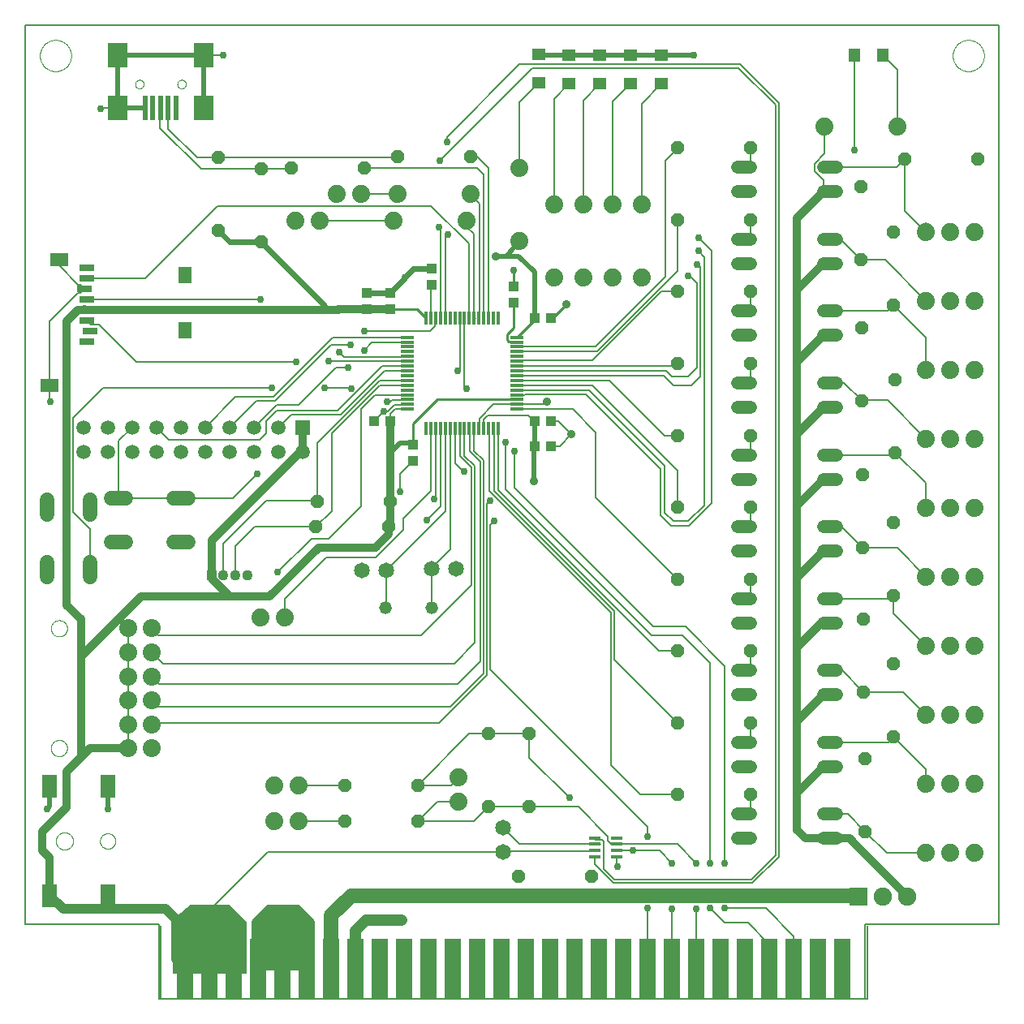
<source format=gtl>
G75*
%MOIN*%
%OFA0B0*%
%FSLAX25Y25*%
%IPPOS*%
%LPD*%
%AMOC8*
5,1,8,0,0,1.08239X$1,22.5*
%
%ADD10C,0.00600*%
%ADD11C,0.00000*%
%ADD12R,0.06500X0.25000*%
%ADD13C,0.00500*%
%ADD14R,0.01969X0.09843*%
%ADD15R,0.07874X0.09843*%
%ADD16R,0.04362X0.04362*%
%ADD17C,0.04362*%
%ADD18R,0.05906X0.09449*%
%ADD19C,0.05200*%
%ADD20C,0.07400*%
%ADD21R,0.05937X0.05937*%
%ADD22C,0.05937*%
%ADD23R,0.01181X0.05709*%
%ADD24R,0.05709X0.01181*%
%ADD25R,0.05512X0.07087*%
%ADD26R,0.07480X0.05512*%
%ADD27R,0.05906X0.03150*%
%ADD28C,0.05200*%
%ADD29R,0.07500X0.07500*%
%ADD30C,0.07500*%
%ADD31R,0.03937X0.04331*%
%ADD32R,0.04331X0.03937*%
%ADD33C,0.06500*%
%ADD34C,0.06000*%
%ADD35OC8,0.05200*%
%ADD36R,0.05118X0.01654*%
%ADD37C,0.07382*%
%ADD38R,0.05512X0.04724*%
%ADD39R,0.04724X0.05512*%
%ADD40C,0.00984*%
%ADD41C,0.02978*%
%ADD42C,0.03569*%
%ADD43C,0.01000*%
%ADD44C,0.00800*%
%ADD45C,0.02000*%
%ADD46C,0.01969*%
%ADD47C,0.02400*%
%ADD48C,0.03937*%
%ADD49C,0.03200*%
%ADD50C,0.05906*%
%ADD51C,0.03000*%
%ADD52C,0.00787*%
%ADD53C,0.04500*%
%ADD54C,0.05906*%
D10*
X0001400Y0035709D02*
X0056518Y0035709D01*
X0056518Y0005000D01*
X0346282Y0005000D01*
X0346282Y0035709D01*
X0401400Y0035709D01*
X0401400Y0405000D01*
X0001400Y0405000D01*
X0001400Y0035709D01*
X0062424Y0035524D02*
X0091951Y0035524D01*
X0091951Y0034926D02*
X0062424Y0034926D01*
X0062424Y0034327D02*
X0091951Y0034327D01*
X0091951Y0033729D02*
X0062424Y0033729D01*
X0062424Y0033130D02*
X0091951Y0033130D01*
X0091951Y0032532D02*
X0062424Y0032532D01*
X0062424Y0031933D02*
X0091951Y0031933D01*
X0091951Y0031334D02*
X0062424Y0031334D01*
X0062424Y0030736D02*
X0091951Y0030736D01*
X0091951Y0030137D02*
X0062424Y0030137D01*
X0062424Y0029539D02*
X0091951Y0029539D01*
X0091951Y0028940D02*
X0062424Y0028940D01*
X0062424Y0028342D02*
X0091951Y0028342D01*
X0091951Y0027743D02*
X0062424Y0027743D01*
X0062424Y0027145D02*
X0091951Y0027145D01*
X0091951Y0026546D02*
X0062424Y0026546D01*
X0062424Y0025948D02*
X0091951Y0025948D01*
X0091951Y0025349D02*
X0062424Y0025349D01*
X0062424Y0024751D02*
X0091951Y0024751D01*
X0091951Y0024152D02*
X0062424Y0024152D01*
X0062424Y0023554D02*
X0091951Y0023554D01*
X0091951Y0022955D02*
X0062424Y0022955D01*
X0062424Y0022357D02*
X0091951Y0022357D01*
X0091951Y0021758D02*
X0062424Y0021758D01*
X0062424Y0021160D02*
X0091951Y0021160D01*
X0091951Y0020561D02*
X0062424Y0020561D01*
X0062424Y0019963D02*
X0091951Y0019963D01*
X0091951Y0019364D02*
X0062424Y0019364D01*
X0062424Y0018766D02*
X0091951Y0018766D01*
X0091951Y0018167D02*
X0062424Y0018167D01*
X0062424Y0017569D02*
X0091951Y0017569D01*
X0091951Y0016970D02*
X0062424Y0016970D01*
X0062424Y0016372D02*
X0091951Y0016372D01*
X0091951Y0015827D02*
X0062424Y0015827D01*
X0062424Y0037480D01*
X0069313Y0043386D01*
X0085061Y0043386D01*
X0091951Y0036496D01*
X0091951Y0015827D01*
X0091951Y0036123D02*
X0062424Y0036123D01*
X0062424Y0036721D02*
X0091726Y0036721D01*
X0091128Y0037320D02*
X0062424Y0037320D01*
X0062934Y0037918D02*
X0090529Y0037918D01*
X0089931Y0038517D02*
X0063633Y0038517D01*
X0064331Y0039115D02*
X0089332Y0039115D01*
X0088734Y0039714D02*
X0065029Y0039714D01*
X0065727Y0040312D02*
X0088135Y0040312D01*
X0087537Y0040911D02*
X0066426Y0040911D01*
X0067124Y0041509D02*
X0086938Y0041509D01*
X0086340Y0042108D02*
X0067822Y0042108D01*
X0068520Y0042706D02*
X0085741Y0042706D01*
X0085143Y0043305D02*
X0069219Y0043305D01*
X0076203Y0042103D02*
X0076203Y0040433D01*
X0101170Y0065400D01*
X0197600Y0065400D01*
X0197800Y0065600D01*
X0234857Y0065600D01*
X0235278Y0066020D01*
X0235274Y0063461D02*
X0235274Y0060331D01*
X0235258Y0060315D01*
X0242935Y0052638D01*
X0300240Y0052638D01*
X0311075Y0063472D01*
X0311075Y0372877D01*
X0295093Y0388858D01*
X0204550Y0388858D01*
X0174628Y0358937D01*
X0174628Y0356969D01*
X0171872Y0349488D02*
X0209835Y0387451D01*
X0294510Y0387451D01*
X0309668Y0372294D01*
X0309668Y0064055D01*
X0299737Y0054125D01*
X0243438Y0054125D01*
X0243518Y0054045D01*
X0243438Y0054125D02*
X0239195Y0058368D01*
X0239195Y0069610D01*
X0238292Y0070513D01*
X0235899Y0070513D01*
X0235274Y0071139D01*
X0235274Y0068580D02*
X0204420Y0068580D01*
X0197600Y0075400D01*
X0191791Y0083912D02*
X0208546Y0083912D01*
X0208576Y0083941D01*
X0228619Y0083941D01*
X0240860Y0071700D01*
X0240860Y0069853D01*
X0242134Y0068580D01*
X0244526Y0068580D01*
X0269457Y0068580D01*
X0277197Y0060839D01*
X0282800Y0060800D02*
X0282800Y0143000D01*
X0271400Y0154400D01*
X0258800Y0154400D01*
X0198800Y0214400D01*
X0198800Y0233600D01*
X0202400Y0230000D02*
X0202400Y0215000D01*
X0259400Y0158000D01*
X0272600Y0158000D01*
X0288800Y0141800D01*
X0288800Y0060800D01*
X0288800Y0042200D02*
X0305600Y0042200D01*
X0317150Y0030650D01*
X0317150Y0017500D01*
X0307150Y0017500D02*
X0307150Y0027450D01*
X0298400Y0036200D01*
X0288800Y0036200D01*
X0282800Y0042200D01*
X0277200Y0042074D02*
X0277150Y0042024D01*
X0277150Y0017500D01*
X0267150Y0017500D02*
X0267150Y0042024D01*
X0267100Y0042074D01*
X0257150Y0042050D02*
X0257000Y0042200D01*
X0257150Y0042050D02*
X0257150Y0017500D01*
X0244904Y0059331D02*
X0244526Y0059709D01*
X0244526Y0063461D01*
X0244522Y0066020D02*
X0251163Y0066020D01*
X0261922Y0066020D01*
X0267103Y0060839D01*
X0257000Y0071600D02*
X0257000Y0075800D01*
X0192529Y0140271D01*
X0192529Y0199729D01*
X0194000Y0201200D01*
X0191122Y0208556D02*
X0191122Y0138070D01*
X0171451Y0118400D01*
X0054013Y0118400D01*
X0053443Y0117830D01*
X0056015Y0125100D02*
X0176161Y0125100D01*
X0189715Y0138653D01*
X0189715Y0226311D01*
X0185849Y0230177D01*
X0185849Y0239400D01*
X0184151Y0239129D02*
X0184151Y0229885D01*
X0188307Y0225728D01*
X0188307Y0143600D01*
X0179107Y0134400D01*
X0056557Y0134400D01*
X0053443Y0137515D01*
X0058000Y0142800D02*
X0053443Y0147357D01*
X0058000Y0142800D02*
X0075800Y0142800D01*
X0075522Y0142800D01*
X0075800Y0142800D02*
X0177700Y0142800D01*
X0186122Y0151222D01*
X0186122Y0223894D01*
X0181912Y0228105D01*
X0181912Y0239400D01*
X0180049Y0239294D02*
X0180049Y0227978D01*
X0184715Y0223311D01*
X0184715Y0174915D01*
X0164200Y0154400D01*
X0056243Y0154400D01*
X0053443Y0157200D01*
X0043600Y0157200D02*
X0043600Y0147357D01*
X0043600Y0137515D01*
X0043600Y0127672D01*
X0043600Y0117830D01*
X0043600Y0107987D01*
X0056015Y0125100D02*
X0053443Y0127672D01*
X0028194Y0181273D02*
X0028194Y0198065D01*
X0021105Y0205153D01*
X0021105Y0243800D01*
X0033487Y0256181D01*
X0102617Y0256181D01*
X0103400Y0252200D02*
X0127730Y0276530D01*
X0158019Y0276530D01*
X0158290Y0276801D01*
X0158290Y0274833D02*
X0158097Y0274640D01*
X0143890Y0274640D01*
X0140719Y0271469D01*
X0135200Y0273800D02*
X0126990Y0273800D01*
X0103983Y0250793D01*
X0096434Y0250793D01*
X0085384Y0239744D01*
X0095384Y0239744D02*
X0104802Y0249161D01*
X0113888Y0249161D01*
X0128989Y0264263D01*
X0134053Y0264263D01*
X0135037Y0256009D02*
X0135258Y0255787D01*
X0135037Y0256009D02*
X0124407Y0256009D01*
X0129589Y0246642D02*
X0104723Y0246642D01*
X0100390Y0242310D01*
X0100390Y0237310D01*
X0097724Y0234644D01*
X0060484Y0234644D01*
X0055384Y0239744D01*
X0045384Y0239744D02*
X0039829Y0234188D01*
X0039829Y0210581D01*
X0065429Y0210581D01*
X0086660Y0210581D01*
X0096724Y0220645D01*
X0100400Y0209600D02*
X0121146Y0209600D01*
X0121433Y0209313D01*
X0121433Y0233365D01*
X0147152Y0259085D01*
X0158290Y0259085D01*
X0158290Y0257116D02*
X0147174Y0257116D01*
X0127400Y0237342D01*
X0127400Y0205427D01*
X0120907Y0198934D01*
X0095734Y0198934D01*
X0087815Y0191015D01*
X0087815Y0179123D01*
X0082894Y0179123D02*
X0082894Y0192094D01*
X0100400Y0209600D01*
X0119000Y0194000D02*
X0126200Y0194000D01*
X0139400Y0207200D01*
X0139400Y0247352D01*
X0145227Y0253179D01*
X0158290Y0253179D01*
X0158290Y0251211D02*
X0158079Y0251000D01*
X0152000Y0251000D01*
X0151400Y0250400D01*
X0150200Y0250400D01*
X0152916Y0248971D02*
X0150283Y0246339D01*
X0148732Y0246339D01*
X0148732Y0246469D01*
X0148732Y0246339D02*
X0148732Y0246230D01*
X0144707Y0242205D01*
X0152916Y0248971D02*
X0158019Y0248971D01*
X0158290Y0249242D01*
X0158290Y0263022D02*
X0149099Y0263022D01*
X0131054Y0244976D01*
X0110617Y0244976D01*
X0105384Y0239744D01*
X0103400Y0252200D02*
X0087841Y0252200D01*
X0075384Y0239744D01*
X0046959Y0266811D02*
X0031611Y0282160D01*
X0028273Y0282160D01*
X0026625Y0283809D01*
X0026625Y0292470D02*
X0097958Y0292470D01*
X0097991Y0292438D01*
X0112620Y0266811D02*
X0046959Y0266811D01*
X0024188Y0295152D02*
X0023213Y0295152D01*
X0011467Y0283406D01*
X0011467Y0256899D01*
X0011467Y0250533D01*
X0011700Y0250300D01*
X0024188Y0295152D02*
X0025837Y0296801D01*
X0024188Y0298450D01*
X0023213Y0298450D01*
X0015404Y0306259D01*
X0015404Y0308671D01*
X0026625Y0301131D02*
X0050831Y0301131D01*
X0080500Y0330800D01*
X0168200Y0330800D01*
X0183600Y0315400D01*
X0183600Y0308515D01*
X0183715Y0308400D01*
X0183715Y0309303D01*
X0183715Y0308400D02*
X0183715Y0284840D01*
X0183880Y0284675D01*
X0185715Y0284809D02*
X0185715Y0319302D01*
X0182895Y0322122D01*
X0182895Y0324549D01*
X0188048Y0331634D02*
X0184562Y0335120D01*
X0184562Y0335630D01*
X0188048Y0331634D02*
X0188048Y0284906D01*
X0187817Y0284675D01*
X0185849Y0284675D02*
X0185715Y0284809D01*
X0182000Y0284563D02*
X0181900Y0284663D01*
X0181912Y0284675D01*
X0181912Y0256488D01*
X0182600Y0255800D01*
X0179000Y0263000D02*
X0179943Y0263943D01*
X0179943Y0284675D01*
X0180000Y0284619D01*
X0179943Y0284562D01*
X0174038Y0284675D02*
X0174038Y0318039D01*
X0175041Y0319043D01*
X0172069Y0321490D02*
X0171517Y0322043D01*
X0172069Y0321490D02*
X0172069Y0284675D01*
X0173841Y0284872D02*
X0174038Y0284675D01*
X0170101Y0284675D02*
X0169830Y0284404D01*
X0169830Y0281362D01*
X0167668Y0279200D01*
X0140600Y0279200D01*
X0147937Y0264990D02*
X0158290Y0264990D01*
X0147937Y0264990D02*
X0129589Y0246642D01*
X0155309Y0220523D02*
X0155309Y0213465D01*
X0155309Y0220523D02*
X0160849Y0226063D01*
X0168132Y0213732D02*
X0156800Y0202400D01*
X0156800Y0197600D01*
X0145400Y0186200D01*
X0125000Y0186200D01*
X0108200Y0169400D01*
X0108200Y0161600D01*
X0105200Y0180200D02*
X0119000Y0194000D01*
X0149692Y0181169D02*
X0149692Y0165817D01*
X0149446Y0165571D01*
X0149692Y0181169D02*
X0174038Y0205515D01*
X0174038Y0239400D01*
X0174049Y0239388D01*
X0176000Y0239393D02*
X0176000Y0189800D01*
X0168361Y0182161D01*
X0168361Y0181597D01*
X0168361Y0165656D01*
X0168446Y0165571D01*
X0166400Y0201800D02*
X0172069Y0207469D01*
X0172069Y0239400D01*
X0170101Y0239400D02*
X0170101Y0210828D01*
X0169473Y0210200D01*
X0168132Y0213732D02*
X0168132Y0239400D01*
X0176000Y0239393D02*
X0176006Y0239400D01*
X0177975Y0239400D02*
X0177975Y0225052D01*
X0181382Y0221645D01*
X0181715Y0221645D01*
X0192025Y0213702D02*
X0242100Y0163627D01*
X0242100Y0100900D01*
X0254142Y0088858D01*
X0269372Y0088858D01*
X0251163Y0066020D02*
X0251200Y0065983D01*
X0237700Y0068600D02*
X0237680Y0068580D01*
X0235274Y0068580D01*
X0224930Y0087630D02*
X0208576Y0103984D01*
X0208576Y0113941D01*
X0208546Y0113912D01*
X0191791Y0113912D01*
X0183776Y0113912D01*
X0162660Y0092795D01*
X0176395Y0092795D01*
X0179500Y0095900D01*
X0179500Y0085900D02*
X0170725Y0085900D01*
X0162857Y0078031D01*
X0185910Y0078031D01*
X0191791Y0083912D01*
X0132857Y0078031D02*
X0113880Y0078031D01*
X0113880Y0092795D02*
X0132660Y0092795D01*
X0243507Y0144251D02*
X0243507Y0164210D01*
X0193994Y0213723D01*
X0193994Y0239129D01*
X0193723Y0239400D01*
X0192025Y0239129D02*
X0192025Y0213702D01*
X0195691Y0214016D02*
X0261794Y0147913D01*
X0269372Y0147913D01*
X0243507Y0144251D02*
X0269372Y0118386D01*
X0299372Y0118386D02*
X0299392Y0118366D01*
X0299392Y0110394D01*
X0299372Y0088858D02*
X0299372Y0080886D01*
X0299392Y0080866D01*
X0329392Y0080866D02*
X0339489Y0080866D01*
X0346569Y0073786D01*
X0355316Y0065039D01*
X0371479Y0065039D01*
X0371479Y0093386D02*
X0371479Y0099449D01*
X0358232Y0112695D01*
X0355931Y0110394D01*
X0329392Y0110394D01*
X0345775Y0131098D02*
X0362113Y0131098D01*
X0371479Y0121732D01*
X0345775Y0131098D02*
X0336952Y0139921D01*
X0329392Y0139921D01*
X0329392Y0169449D02*
X0356704Y0169449D01*
X0358066Y0170811D01*
X0358066Y0163491D01*
X0371479Y0150079D01*
X0371479Y0178425D02*
X0359696Y0190208D01*
X0345554Y0190208D01*
X0336786Y0198976D01*
X0329392Y0198976D01*
X0329392Y0228504D02*
X0357854Y0228504D01*
X0358855Y0229505D01*
X0371479Y0216881D01*
X0371479Y0206772D01*
X0371479Y0235118D02*
X0355646Y0250950D01*
X0344988Y0250950D01*
X0345146Y0250792D01*
X0344988Y0250950D02*
X0337907Y0258031D01*
X0329392Y0258031D01*
X0329392Y0287559D02*
X0355695Y0287559D01*
X0358135Y0289998D01*
X0371479Y0276654D01*
X0371479Y0263465D01*
X0371479Y0291811D02*
X0354707Y0308583D01*
X0344907Y0308583D01*
X0336403Y0317087D01*
X0329392Y0317087D01*
X0329392Y0336614D02*
X0329392Y0341372D01*
X0325685Y0345079D01*
X0325685Y0348150D01*
X0329823Y0352287D01*
X0329878Y0363508D01*
X0341951Y0353819D02*
X0341951Y0392795D01*
X0353762Y0392795D02*
X0359878Y0386680D01*
X0359878Y0363508D01*
X0362813Y0349902D02*
X0362813Y0328623D01*
X0371279Y0320157D01*
X0371279Y0323877D01*
X0359526Y0346614D02*
X0362813Y0349902D01*
X0359526Y0346614D02*
X0329392Y0346614D01*
X0299392Y0346614D02*
X0299372Y0346634D01*
X0299372Y0354606D01*
X0269372Y0354469D02*
X0269372Y0354606D01*
X0269372Y0354469D02*
X0264392Y0349488D01*
X0264392Y0301654D01*
X0235603Y0272864D01*
X0203565Y0272864D01*
X0203836Y0271167D02*
X0213060Y0271167D01*
X0236477Y0271167D01*
X0269372Y0304062D01*
X0269372Y0325079D01*
X0278000Y0317600D02*
X0283400Y0312200D01*
X0283400Y0208810D01*
X0273990Y0199400D01*
X0266600Y0199400D01*
X0262400Y0203600D01*
X0262400Y0222800D01*
X0231800Y0253400D01*
X0206600Y0253400D01*
X0206379Y0253179D01*
X0203565Y0253179D01*
X0203565Y0255148D02*
X0232948Y0255148D01*
X0264200Y0223895D01*
X0264200Y0204800D01*
X0267800Y0201200D01*
X0273800Y0201200D01*
X0280400Y0207800D01*
X0280400Y0309800D01*
X0278000Y0312200D01*
X0277400Y0306800D02*
X0278807Y0305993D01*
X0278807Y0260807D01*
X0275000Y0257000D01*
X0267800Y0257000D01*
X0263747Y0261053D01*
X0203565Y0261053D01*
X0203565Y0259085D02*
X0241567Y0259085D01*
X0264156Y0236496D01*
X0269372Y0236496D01*
X0269372Y0222067D02*
X0234323Y0257116D01*
X0203565Y0257116D01*
X0203565Y0263022D02*
X0264778Y0263022D01*
X0267200Y0260600D01*
X0273800Y0260600D01*
X0277400Y0264200D01*
X0277400Y0299000D01*
X0274400Y0302000D01*
X0273800Y0302000D01*
X0269372Y0295551D02*
X0262851Y0295551D01*
X0234530Y0267230D01*
X0203836Y0267230D01*
X0203565Y0266959D01*
X0203565Y0264990D02*
X0268339Y0264990D01*
X0269372Y0266024D01*
X0299372Y0266024D02*
X0299392Y0266004D01*
X0299392Y0258031D01*
X0299372Y0236496D02*
X0299372Y0228524D01*
X0299392Y0228504D01*
X0299372Y0206969D02*
X0299372Y0198996D01*
X0299392Y0198976D01*
X0299372Y0177441D02*
X0299392Y0177421D01*
X0299392Y0169449D01*
X0299372Y0147913D02*
X0299392Y0147894D01*
X0299392Y0139921D01*
X0269372Y0177441D02*
X0235900Y0210913D01*
X0235900Y0237626D01*
X0226252Y0247274D01*
X0203565Y0247274D01*
X0203565Y0249242D02*
X0214578Y0249242D01*
X0215798Y0250463D01*
X0203565Y0249242D02*
X0193849Y0249242D01*
X0188088Y0243481D01*
X0188088Y0239670D01*
X0187817Y0239400D01*
X0184151Y0239129D02*
X0183880Y0239400D01*
X0180049Y0239294D02*
X0179943Y0239400D01*
X0191754Y0239400D02*
X0192025Y0239129D01*
X0195691Y0239400D02*
X0195691Y0214016D01*
X0192311Y0209745D02*
X0191122Y0208556D01*
X0232948Y0255148D02*
X0233000Y0255200D01*
X0203836Y0271167D02*
X0203565Y0270896D01*
X0191754Y0284675D02*
X0191714Y0284715D01*
X0191714Y0346299D01*
X0187048Y0350965D01*
X0184383Y0350965D01*
X0187048Y0346299D02*
X0189786Y0343561D01*
X0189786Y0284675D01*
X0152895Y0324549D02*
X0152809Y0324635D01*
X0122454Y0324635D01*
X0137057Y0335630D02*
X0154562Y0335630D01*
X0154051Y0350634D02*
X0154383Y0350965D01*
X0154051Y0350634D02*
X0081100Y0350634D01*
X0081066Y0350600D01*
X0081100Y0350634D02*
X0080725Y0350634D01*
X0071966Y0350634D01*
X0060174Y0362426D01*
X0060174Y0370934D01*
X0057024Y0370934D02*
X0056900Y0370810D01*
X0056900Y0362700D01*
X0073633Y0345967D01*
X0098390Y0345967D01*
X0098800Y0345967D01*
X0098767Y0346000D01*
X0098800Y0345967D02*
X0110389Y0345967D01*
X0110721Y0346299D01*
X0098390Y0345967D02*
X0097834Y0346524D01*
X0080725Y0350634D02*
X0079766Y0349674D01*
X0074741Y0392587D02*
X0074949Y0392795D01*
X0082896Y0392795D01*
X0039308Y0370934D02*
X0032534Y0370934D01*
X0032300Y0370700D01*
X0137057Y0335630D02*
X0139454Y0335634D01*
X0140721Y0346299D02*
X0187048Y0346299D01*
X0204363Y0346513D02*
X0204363Y0373212D01*
X0212520Y0381369D01*
X0218600Y0374767D02*
X0224857Y0381024D01*
X0230600Y0374169D02*
X0237455Y0381024D01*
X0242600Y0373589D02*
X0250035Y0381024D01*
X0254600Y0372803D02*
X0262820Y0381024D01*
X0254600Y0372803D02*
X0254600Y0331400D01*
X0242600Y0331400D02*
X0242600Y0373589D01*
X0230600Y0374169D02*
X0230600Y0331400D01*
X0218600Y0331400D02*
X0218600Y0374767D01*
X0299372Y0325079D02*
X0299392Y0325059D01*
X0299392Y0317087D01*
X0299372Y0295551D02*
X0299372Y0287579D01*
X0299392Y0287559D01*
X0269372Y0222067D02*
X0269372Y0206969D01*
D11*
X0382475Y0392500D02*
X0382477Y0392660D01*
X0382483Y0392820D01*
X0382493Y0392980D01*
X0382507Y0393140D01*
X0382525Y0393299D01*
X0382547Y0393458D01*
X0382573Y0393616D01*
X0382602Y0393773D01*
X0382636Y0393930D01*
X0382674Y0394085D01*
X0382715Y0394240D01*
X0382760Y0394394D01*
X0382810Y0394546D01*
X0382862Y0394697D01*
X0382919Y0394847D01*
X0382980Y0394996D01*
X0383044Y0395143D01*
X0383111Y0395288D01*
X0383183Y0395431D01*
X0383257Y0395573D01*
X0383336Y0395713D01*
X0383418Y0395850D01*
X0383503Y0395986D01*
X0383591Y0396119D01*
X0383683Y0396251D01*
X0383778Y0396379D01*
X0383877Y0396506D01*
X0383978Y0396630D01*
X0384083Y0396751D01*
X0384190Y0396870D01*
X0384301Y0396986D01*
X0384414Y0397099D01*
X0384530Y0397210D01*
X0384649Y0397317D01*
X0384770Y0397422D01*
X0384894Y0397523D01*
X0385021Y0397622D01*
X0385149Y0397717D01*
X0385281Y0397809D01*
X0385414Y0397897D01*
X0385550Y0397982D01*
X0385688Y0398064D01*
X0385827Y0398143D01*
X0385969Y0398217D01*
X0386112Y0398289D01*
X0386257Y0398356D01*
X0386404Y0398420D01*
X0386553Y0398481D01*
X0386703Y0398538D01*
X0386854Y0398590D01*
X0387006Y0398640D01*
X0387160Y0398685D01*
X0387315Y0398726D01*
X0387470Y0398764D01*
X0387627Y0398798D01*
X0387784Y0398827D01*
X0387942Y0398853D01*
X0388101Y0398875D01*
X0388260Y0398893D01*
X0388420Y0398907D01*
X0388580Y0398917D01*
X0388740Y0398923D01*
X0388900Y0398925D01*
X0389060Y0398923D01*
X0389220Y0398917D01*
X0389380Y0398907D01*
X0389540Y0398893D01*
X0389699Y0398875D01*
X0389858Y0398853D01*
X0390016Y0398827D01*
X0390173Y0398798D01*
X0390330Y0398764D01*
X0390485Y0398726D01*
X0390640Y0398685D01*
X0390794Y0398640D01*
X0390946Y0398590D01*
X0391097Y0398538D01*
X0391247Y0398481D01*
X0391396Y0398420D01*
X0391543Y0398356D01*
X0391688Y0398289D01*
X0391831Y0398217D01*
X0391973Y0398143D01*
X0392113Y0398064D01*
X0392250Y0397982D01*
X0392386Y0397897D01*
X0392519Y0397809D01*
X0392651Y0397717D01*
X0392779Y0397622D01*
X0392906Y0397523D01*
X0393030Y0397422D01*
X0393151Y0397317D01*
X0393270Y0397210D01*
X0393386Y0397099D01*
X0393499Y0396986D01*
X0393610Y0396870D01*
X0393717Y0396751D01*
X0393822Y0396630D01*
X0393923Y0396506D01*
X0394022Y0396379D01*
X0394117Y0396251D01*
X0394209Y0396119D01*
X0394297Y0395986D01*
X0394382Y0395850D01*
X0394464Y0395712D01*
X0394543Y0395573D01*
X0394617Y0395431D01*
X0394689Y0395288D01*
X0394756Y0395143D01*
X0394820Y0394996D01*
X0394881Y0394847D01*
X0394938Y0394697D01*
X0394990Y0394546D01*
X0395040Y0394394D01*
X0395085Y0394240D01*
X0395126Y0394085D01*
X0395164Y0393930D01*
X0395198Y0393773D01*
X0395227Y0393616D01*
X0395253Y0393458D01*
X0395275Y0393299D01*
X0395293Y0393140D01*
X0395307Y0392980D01*
X0395317Y0392820D01*
X0395323Y0392660D01*
X0395325Y0392500D01*
X0395323Y0392340D01*
X0395317Y0392180D01*
X0395307Y0392020D01*
X0395293Y0391860D01*
X0395275Y0391701D01*
X0395253Y0391542D01*
X0395227Y0391384D01*
X0395198Y0391227D01*
X0395164Y0391070D01*
X0395126Y0390915D01*
X0395085Y0390760D01*
X0395040Y0390606D01*
X0394990Y0390454D01*
X0394938Y0390303D01*
X0394881Y0390153D01*
X0394820Y0390004D01*
X0394756Y0389857D01*
X0394689Y0389712D01*
X0394617Y0389569D01*
X0394543Y0389427D01*
X0394464Y0389287D01*
X0394382Y0389150D01*
X0394297Y0389014D01*
X0394209Y0388881D01*
X0394117Y0388749D01*
X0394022Y0388621D01*
X0393923Y0388494D01*
X0393822Y0388370D01*
X0393717Y0388249D01*
X0393610Y0388130D01*
X0393499Y0388014D01*
X0393386Y0387901D01*
X0393270Y0387790D01*
X0393151Y0387683D01*
X0393030Y0387578D01*
X0392906Y0387477D01*
X0392779Y0387378D01*
X0392651Y0387283D01*
X0392519Y0387191D01*
X0392386Y0387103D01*
X0392250Y0387018D01*
X0392112Y0386936D01*
X0391973Y0386857D01*
X0391831Y0386783D01*
X0391688Y0386711D01*
X0391543Y0386644D01*
X0391396Y0386580D01*
X0391247Y0386519D01*
X0391097Y0386462D01*
X0390946Y0386410D01*
X0390794Y0386360D01*
X0390640Y0386315D01*
X0390485Y0386274D01*
X0390330Y0386236D01*
X0390173Y0386202D01*
X0390016Y0386173D01*
X0389858Y0386147D01*
X0389699Y0386125D01*
X0389540Y0386107D01*
X0389380Y0386093D01*
X0389220Y0386083D01*
X0389060Y0386077D01*
X0388900Y0386075D01*
X0388740Y0386077D01*
X0388580Y0386083D01*
X0388420Y0386093D01*
X0388260Y0386107D01*
X0388101Y0386125D01*
X0387942Y0386147D01*
X0387784Y0386173D01*
X0387627Y0386202D01*
X0387470Y0386236D01*
X0387315Y0386274D01*
X0387160Y0386315D01*
X0387006Y0386360D01*
X0386854Y0386410D01*
X0386703Y0386462D01*
X0386553Y0386519D01*
X0386404Y0386580D01*
X0386257Y0386644D01*
X0386112Y0386711D01*
X0385969Y0386783D01*
X0385827Y0386857D01*
X0385687Y0386936D01*
X0385550Y0387018D01*
X0385414Y0387103D01*
X0385281Y0387191D01*
X0385149Y0387283D01*
X0385021Y0387378D01*
X0384894Y0387477D01*
X0384770Y0387578D01*
X0384649Y0387683D01*
X0384530Y0387790D01*
X0384414Y0387901D01*
X0384301Y0388014D01*
X0384190Y0388130D01*
X0384083Y0388249D01*
X0383978Y0388370D01*
X0383877Y0388494D01*
X0383778Y0388621D01*
X0383683Y0388749D01*
X0383591Y0388881D01*
X0383503Y0389014D01*
X0383418Y0389150D01*
X0383336Y0389288D01*
X0383257Y0389427D01*
X0383183Y0389569D01*
X0383111Y0389712D01*
X0383044Y0389857D01*
X0382980Y0390004D01*
X0382919Y0390153D01*
X0382862Y0390303D01*
X0382810Y0390454D01*
X0382760Y0390606D01*
X0382715Y0390760D01*
X0382674Y0390915D01*
X0382636Y0391070D01*
X0382602Y0391227D01*
X0382573Y0391384D01*
X0382547Y0391542D01*
X0382525Y0391701D01*
X0382507Y0391860D01*
X0382493Y0392020D01*
X0382483Y0392180D01*
X0382477Y0392340D01*
X0382475Y0392500D01*
X0063914Y0380776D02*
X0063916Y0380860D01*
X0063922Y0380943D01*
X0063932Y0381026D01*
X0063946Y0381109D01*
X0063963Y0381191D01*
X0063985Y0381272D01*
X0064010Y0381351D01*
X0064039Y0381430D01*
X0064072Y0381507D01*
X0064108Y0381582D01*
X0064148Y0381656D01*
X0064191Y0381728D01*
X0064238Y0381797D01*
X0064288Y0381864D01*
X0064341Y0381929D01*
X0064397Y0381991D01*
X0064455Y0382051D01*
X0064517Y0382108D01*
X0064581Y0382161D01*
X0064648Y0382212D01*
X0064717Y0382259D01*
X0064788Y0382304D01*
X0064861Y0382344D01*
X0064936Y0382381D01*
X0065013Y0382415D01*
X0065091Y0382445D01*
X0065170Y0382471D01*
X0065251Y0382494D01*
X0065333Y0382512D01*
X0065415Y0382527D01*
X0065498Y0382538D01*
X0065581Y0382545D01*
X0065665Y0382548D01*
X0065749Y0382547D01*
X0065832Y0382542D01*
X0065916Y0382533D01*
X0065998Y0382520D01*
X0066080Y0382504D01*
X0066161Y0382483D01*
X0066242Y0382459D01*
X0066320Y0382431D01*
X0066398Y0382399D01*
X0066474Y0382363D01*
X0066548Y0382324D01*
X0066620Y0382282D01*
X0066690Y0382236D01*
X0066758Y0382187D01*
X0066823Y0382135D01*
X0066886Y0382080D01*
X0066946Y0382022D01*
X0067004Y0381961D01*
X0067058Y0381897D01*
X0067110Y0381831D01*
X0067158Y0381763D01*
X0067203Y0381692D01*
X0067244Y0381619D01*
X0067283Y0381545D01*
X0067317Y0381469D01*
X0067348Y0381391D01*
X0067375Y0381312D01*
X0067399Y0381231D01*
X0067418Y0381150D01*
X0067434Y0381068D01*
X0067446Y0380985D01*
X0067454Y0380901D01*
X0067458Y0380818D01*
X0067458Y0380734D01*
X0067454Y0380651D01*
X0067446Y0380567D01*
X0067434Y0380484D01*
X0067418Y0380402D01*
X0067399Y0380321D01*
X0067375Y0380240D01*
X0067348Y0380161D01*
X0067317Y0380083D01*
X0067283Y0380007D01*
X0067244Y0379933D01*
X0067203Y0379860D01*
X0067158Y0379789D01*
X0067110Y0379721D01*
X0067058Y0379655D01*
X0067004Y0379591D01*
X0066946Y0379530D01*
X0066886Y0379472D01*
X0066823Y0379417D01*
X0066758Y0379365D01*
X0066690Y0379316D01*
X0066620Y0379270D01*
X0066548Y0379228D01*
X0066474Y0379189D01*
X0066398Y0379153D01*
X0066320Y0379121D01*
X0066242Y0379093D01*
X0066161Y0379069D01*
X0066080Y0379048D01*
X0065998Y0379032D01*
X0065916Y0379019D01*
X0065832Y0379010D01*
X0065749Y0379005D01*
X0065665Y0379004D01*
X0065581Y0379007D01*
X0065498Y0379014D01*
X0065415Y0379025D01*
X0065333Y0379040D01*
X0065251Y0379058D01*
X0065170Y0379081D01*
X0065091Y0379107D01*
X0065013Y0379137D01*
X0064936Y0379171D01*
X0064861Y0379208D01*
X0064788Y0379248D01*
X0064717Y0379293D01*
X0064648Y0379340D01*
X0064581Y0379391D01*
X0064517Y0379444D01*
X0064455Y0379501D01*
X0064397Y0379561D01*
X0064341Y0379623D01*
X0064288Y0379688D01*
X0064238Y0379755D01*
X0064191Y0379824D01*
X0064148Y0379896D01*
X0064108Y0379970D01*
X0064072Y0380045D01*
X0064039Y0380122D01*
X0064010Y0380201D01*
X0063985Y0380280D01*
X0063963Y0380361D01*
X0063946Y0380443D01*
X0063932Y0380526D01*
X0063922Y0380609D01*
X0063916Y0380692D01*
X0063914Y0380776D01*
X0046591Y0380776D02*
X0046593Y0380860D01*
X0046599Y0380943D01*
X0046609Y0381026D01*
X0046623Y0381109D01*
X0046640Y0381191D01*
X0046662Y0381272D01*
X0046687Y0381351D01*
X0046716Y0381430D01*
X0046749Y0381507D01*
X0046785Y0381582D01*
X0046825Y0381656D01*
X0046868Y0381728D01*
X0046915Y0381797D01*
X0046965Y0381864D01*
X0047018Y0381929D01*
X0047074Y0381991D01*
X0047132Y0382051D01*
X0047194Y0382108D01*
X0047258Y0382161D01*
X0047325Y0382212D01*
X0047394Y0382259D01*
X0047465Y0382304D01*
X0047538Y0382344D01*
X0047613Y0382381D01*
X0047690Y0382415D01*
X0047768Y0382445D01*
X0047847Y0382471D01*
X0047928Y0382494D01*
X0048010Y0382512D01*
X0048092Y0382527D01*
X0048175Y0382538D01*
X0048258Y0382545D01*
X0048342Y0382548D01*
X0048426Y0382547D01*
X0048509Y0382542D01*
X0048593Y0382533D01*
X0048675Y0382520D01*
X0048757Y0382504D01*
X0048838Y0382483D01*
X0048919Y0382459D01*
X0048997Y0382431D01*
X0049075Y0382399D01*
X0049151Y0382363D01*
X0049225Y0382324D01*
X0049297Y0382282D01*
X0049367Y0382236D01*
X0049435Y0382187D01*
X0049500Y0382135D01*
X0049563Y0382080D01*
X0049623Y0382022D01*
X0049681Y0381961D01*
X0049735Y0381897D01*
X0049787Y0381831D01*
X0049835Y0381763D01*
X0049880Y0381692D01*
X0049921Y0381619D01*
X0049960Y0381545D01*
X0049994Y0381469D01*
X0050025Y0381391D01*
X0050052Y0381312D01*
X0050076Y0381231D01*
X0050095Y0381150D01*
X0050111Y0381068D01*
X0050123Y0380985D01*
X0050131Y0380901D01*
X0050135Y0380818D01*
X0050135Y0380734D01*
X0050131Y0380651D01*
X0050123Y0380567D01*
X0050111Y0380484D01*
X0050095Y0380402D01*
X0050076Y0380321D01*
X0050052Y0380240D01*
X0050025Y0380161D01*
X0049994Y0380083D01*
X0049960Y0380007D01*
X0049921Y0379933D01*
X0049880Y0379860D01*
X0049835Y0379789D01*
X0049787Y0379721D01*
X0049735Y0379655D01*
X0049681Y0379591D01*
X0049623Y0379530D01*
X0049563Y0379472D01*
X0049500Y0379417D01*
X0049435Y0379365D01*
X0049367Y0379316D01*
X0049297Y0379270D01*
X0049225Y0379228D01*
X0049151Y0379189D01*
X0049075Y0379153D01*
X0048997Y0379121D01*
X0048919Y0379093D01*
X0048838Y0379069D01*
X0048757Y0379048D01*
X0048675Y0379032D01*
X0048593Y0379019D01*
X0048509Y0379010D01*
X0048426Y0379005D01*
X0048342Y0379004D01*
X0048258Y0379007D01*
X0048175Y0379014D01*
X0048092Y0379025D01*
X0048010Y0379040D01*
X0047928Y0379058D01*
X0047847Y0379081D01*
X0047768Y0379107D01*
X0047690Y0379137D01*
X0047613Y0379171D01*
X0047538Y0379208D01*
X0047465Y0379248D01*
X0047394Y0379293D01*
X0047325Y0379340D01*
X0047258Y0379391D01*
X0047194Y0379444D01*
X0047132Y0379501D01*
X0047074Y0379561D01*
X0047018Y0379623D01*
X0046965Y0379688D01*
X0046915Y0379755D01*
X0046868Y0379824D01*
X0046825Y0379896D01*
X0046785Y0379970D01*
X0046749Y0380045D01*
X0046716Y0380122D01*
X0046687Y0380201D01*
X0046662Y0380280D01*
X0046640Y0380361D01*
X0046623Y0380443D01*
X0046609Y0380526D01*
X0046599Y0380609D01*
X0046593Y0380692D01*
X0046591Y0380776D01*
X0007475Y0392500D02*
X0007477Y0392660D01*
X0007483Y0392820D01*
X0007493Y0392980D01*
X0007507Y0393140D01*
X0007525Y0393299D01*
X0007547Y0393458D01*
X0007573Y0393616D01*
X0007602Y0393773D01*
X0007636Y0393930D01*
X0007674Y0394085D01*
X0007715Y0394240D01*
X0007760Y0394394D01*
X0007810Y0394546D01*
X0007862Y0394697D01*
X0007919Y0394847D01*
X0007980Y0394996D01*
X0008044Y0395143D01*
X0008111Y0395288D01*
X0008183Y0395431D01*
X0008257Y0395573D01*
X0008336Y0395713D01*
X0008418Y0395850D01*
X0008503Y0395986D01*
X0008591Y0396119D01*
X0008683Y0396251D01*
X0008778Y0396379D01*
X0008877Y0396506D01*
X0008978Y0396630D01*
X0009083Y0396751D01*
X0009190Y0396870D01*
X0009301Y0396986D01*
X0009414Y0397099D01*
X0009530Y0397210D01*
X0009649Y0397317D01*
X0009770Y0397422D01*
X0009894Y0397523D01*
X0010021Y0397622D01*
X0010149Y0397717D01*
X0010281Y0397809D01*
X0010414Y0397897D01*
X0010550Y0397982D01*
X0010688Y0398064D01*
X0010827Y0398143D01*
X0010969Y0398217D01*
X0011112Y0398289D01*
X0011257Y0398356D01*
X0011404Y0398420D01*
X0011553Y0398481D01*
X0011703Y0398538D01*
X0011854Y0398590D01*
X0012006Y0398640D01*
X0012160Y0398685D01*
X0012315Y0398726D01*
X0012470Y0398764D01*
X0012627Y0398798D01*
X0012784Y0398827D01*
X0012942Y0398853D01*
X0013101Y0398875D01*
X0013260Y0398893D01*
X0013420Y0398907D01*
X0013580Y0398917D01*
X0013740Y0398923D01*
X0013900Y0398925D01*
X0014060Y0398923D01*
X0014220Y0398917D01*
X0014380Y0398907D01*
X0014540Y0398893D01*
X0014699Y0398875D01*
X0014858Y0398853D01*
X0015016Y0398827D01*
X0015173Y0398798D01*
X0015330Y0398764D01*
X0015485Y0398726D01*
X0015640Y0398685D01*
X0015794Y0398640D01*
X0015946Y0398590D01*
X0016097Y0398538D01*
X0016247Y0398481D01*
X0016396Y0398420D01*
X0016543Y0398356D01*
X0016688Y0398289D01*
X0016831Y0398217D01*
X0016973Y0398143D01*
X0017113Y0398064D01*
X0017250Y0397982D01*
X0017386Y0397897D01*
X0017519Y0397809D01*
X0017651Y0397717D01*
X0017779Y0397622D01*
X0017906Y0397523D01*
X0018030Y0397422D01*
X0018151Y0397317D01*
X0018270Y0397210D01*
X0018386Y0397099D01*
X0018499Y0396986D01*
X0018610Y0396870D01*
X0018717Y0396751D01*
X0018822Y0396630D01*
X0018923Y0396506D01*
X0019022Y0396379D01*
X0019117Y0396251D01*
X0019209Y0396119D01*
X0019297Y0395986D01*
X0019382Y0395850D01*
X0019464Y0395712D01*
X0019543Y0395573D01*
X0019617Y0395431D01*
X0019689Y0395288D01*
X0019756Y0395143D01*
X0019820Y0394996D01*
X0019881Y0394847D01*
X0019938Y0394697D01*
X0019990Y0394546D01*
X0020040Y0394394D01*
X0020085Y0394240D01*
X0020126Y0394085D01*
X0020164Y0393930D01*
X0020198Y0393773D01*
X0020227Y0393616D01*
X0020253Y0393458D01*
X0020275Y0393299D01*
X0020293Y0393140D01*
X0020307Y0392980D01*
X0020317Y0392820D01*
X0020323Y0392660D01*
X0020325Y0392500D01*
X0020323Y0392340D01*
X0020317Y0392180D01*
X0020307Y0392020D01*
X0020293Y0391860D01*
X0020275Y0391701D01*
X0020253Y0391542D01*
X0020227Y0391384D01*
X0020198Y0391227D01*
X0020164Y0391070D01*
X0020126Y0390915D01*
X0020085Y0390760D01*
X0020040Y0390606D01*
X0019990Y0390454D01*
X0019938Y0390303D01*
X0019881Y0390153D01*
X0019820Y0390004D01*
X0019756Y0389857D01*
X0019689Y0389712D01*
X0019617Y0389569D01*
X0019543Y0389427D01*
X0019464Y0389287D01*
X0019382Y0389150D01*
X0019297Y0389014D01*
X0019209Y0388881D01*
X0019117Y0388749D01*
X0019022Y0388621D01*
X0018923Y0388494D01*
X0018822Y0388370D01*
X0018717Y0388249D01*
X0018610Y0388130D01*
X0018499Y0388014D01*
X0018386Y0387901D01*
X0018270Y0387790D01*
X0018151Y0387683D01*
X0018030Y0387578D01*
X0017906Y0387477D01*
X0017779Y0387378D01*
X0017651Y0387283D01*
X0017519Y0387191D01*
X0017386Y0387103D01*
X0017250Y0387018D01*
X0017112Y0386936D01*
X0016973Y0386857D01*
X0016831Y0386783D01*
X0016688Y0386711D01*
X0016543Y0386644D01*
X0016396Y0386580D01*
X0016247Y0386519D01*
X0016097Y0386462D01*
X0015946Y0386410D01*
X0015794Y0386360D01*
X0015640Y0386315D01*
X0015485Y0386274D01*
X0015330Y0386236D01*
X0015173Y0386202D01*
X0015016Y0386173D01*
X0014858Y0386147D01*
X0014699Y0386125D01*
X0014540Y0386107D01*
X0014380Y0386093D01*
X0014220Y0386083D01*
X0014060Y0386077D01*
X0013900Y0386075D01*
X0013740Y0386077D01*
X0013580Y0386083D01*
X0013420Y0386093D01*
X0013260Y0386107D01*
X0013101Y0386125D01*
X0012942Y0386147D01*
X0012784Y0386173D01*
X0012627Y0386202D01*
X0012470Y0386236D01*
X0012315Y0386274D01*
X0012160Y0386315D01*
X0012006Y0386360D01*
X0011854Y0386410D01*
X0011703Y0386462D01*
X0011553Y0386519D01*
X0011404Y0386580D01*
X0011257Y0386644D01*
X0011112Y0386711D01*
X0010969Y0386783D01*
X0010827Y0386857D01*
X0010687Y0386936D01*
X0010550Y0387018D01*
X0010414Y0387103D01*
X0010281Y0387191D01*
X0010149Y0387283D01*
X0010021Y0387378D01*
X0009894Y0387477D01*
X0009770Y0387578D01*
X0009649Y0387683D01*
X0009530Y0387790D01*
X0009414Y0387901D01*
X0009301Y0388014D01*
X0009190Y0388130D01*
X0009083Y0388249D01*
X0008978Y0388370D01*
X0008877Y0388494D01*
X0008778Y0388621D01*
X0008683Y0388749D01*
X0008591Y0388881D01*
X0008503Y0389014D01*
X0008418Y0389150D01*
X0008336Y0389288D01*
X0008257Y0389427D01*
X0008183Y0389569D01*
X0008111Y0389712D01*
X0008044Y0389857D01*
X0007980Y0390004D01*
X0007919Y0390153D01*
X0007862Y0390303D01*
X0007810Y0390454D01*
X0007760Y0390606D01*
X0007715Y0390760D01*
X0007674Y0390915D01*
X0007636Y0391070D01*
X0007602Y0391227D01*
X0007573Y0391384D01*
X0007547Y0391542D01*
X0007525Y0391701D01*
X0007507Y0391860D01*
X0007493Y0392020D01*
X0007483Y0392180D01*
X0007477Y0392340D01*
X0007475Y0392500D01*
X0011986Y0157200D02*
X0011988Y0157315D01*
X0011994Y0157431D01*
X0012004Y0157546D01*
X0012018Y0157661D01*
X0012036Y0157775D01*
X0012058Y0157888D01*
X0012083Y0158001D01*
X0012113Y0158112D01*
X0012146Y0158223D01*
X0012183Y0158332D01*
X0012224Y0158440D01*
X0012269Y0158547D01*
X0012317Y0158652D01*
X0012369Y0158755D01*
X0012425Y0158856D01*
X0012484Y0158956D01*
X0012546Y0159053D01*
X0012612Y0159148D01*
X0012680Y0159241D01*
X0012752Y0159331D01*
X0012827Y0159419D01*
X0012906Y0159504D01*
X0012987Y0159586D01*
X0013070Y0159666D01*
X0013157Y0159742D01*
X0013246Y0159816D01*
X0013337Y0159886D01*
X0013431Y0159954D01*
X0013527Y0160018D01*
X0013626Y0160078D01*
X0013726Y0160135D01*
X0013828Y0160189D01*
X0013932Y0160239D01*
X0014038Y0160286D01*
X0014145Y0160329D01*
X0014254Y0160368D01*
X0014364Y0160403D01*
X0014475Y0160434D01*
X0014587Y0160462D01*
X0014700Y0160486D01*
X0014814Y0160506D01*
X0014929Y0160522D01*
X0015044Y0160534D01*
X0015159Y0160542D01*
X0015274Y0160546D01*
X0015390Y0160546D01*
X0015505Y0160542D01*
X0015620Y0160534D01*
X0015735Y0160522D01*
X0015850Y0160506D01*
X0015964Y0160486D01*
X0016077Y0160462D01*
X0016189Y0160434D01*
X0016300Y0160403D01*
X0016410Y0160368D01*
X0016519Y0160329D01*
X0016626Y0160286D01*
X0016732Y0160239D01*
X0016836Y0160189D01*
X0016938Y0160135D01*
X0017038Y0160078D01*
X0017137Y0160018D01*
X0017233Y0159954D01*
X0017327Y0159886D01*
X0017418Y0159816D01*
X0017507Y0159742D01*
X0017594Y0159666D01*
X0017677Y0159586D01*
X0017758Y0159504D01*
X0017837Y0159419D01*
X0017912Y0159331D01*
X0017984Y0159241D01*
X0018052Y0159148D01*
X0018118Y0159053D01*
X0018180Y0158956D01*
X0018239Y0158856D01*
X0018295Y0158755D01*
X0018347Y0158652D01*
X0018395Y0158547D01*
X0018440Y0158440D01*
X0018481Y0158332D01*
X0018518Y0158223D01*
X0018551Y0158112D01*
X0018581Y0158001D01*
X0018606Y0157888D01*
X0018628Y0157775D01*
X0018646Y0157661D01*
X0018660Y0157546D01*
X0018670Y0157431D01*
X0018676Y0157315D01*
X0018678Y0157200D01*
X0018676Y0157085D01*
X0018670Y0156969D01*
X0018660Y0156854D01*
X0018646Y0156739D01*
X0018628Y0156625D01*
X0018606Y0156512D01*
X0018581Y0156399D01*
X0018551Y0156288D01*
X0018518Y0156177D01*
X0018481Y0156068D01*
X0018440Y0155960D01*
X0018395Y0155853D01*
X0018347Y0155748D01*
X0018295Y0155645D01*
X0018239Y0155544D01*
X0018180Y0155444D01*
X0018118Y0155347D01*
X0018052Y0155252D01*
X0017984Y0155159D01*
X0017912Y0155069D01*
X0017837Y0154981D01*
X0017758Y0154896D01*
X0017677Y0154814D01*
X0017594Y0154734D01*
X0017507Y0154658D01*
X0017418Y0154584D01*
X0017327Y0154514D01*
X0017233Y0154446D01*
X0017137Y0154382D01*
X0017038Y0154322D01*
X0016938Y0154265D01*
X0016836Y0154211D01*
X0016732Y0154161D01*
X0016626Y0154114D01*
X0016519Y0154071D01*
X0016410Y0154032D01*
X0016300Y0153997D01*
X0016189Y0153966D01*
X0016077Y0153938D01*
X0015964Y0153914D01*
X0015850Y0153894D01*
X0015735Y0153878D01*
X0015620Y0153866D01*
X0015505Y0153858D01*
X0015390Y0153854D01*
X0015274Y0153854D01*
X0015159Y0153858D01*
X0015044Y0153866D01*
X0014929Y0153878D01*
X0014814Y0153894D01*
X0014700Y0153914D01*
X0014587Y0153938D01*
X0014475Y0153966D01*
X0014364Y0153997D01*
X0014254Y0154032D01*
X0014145Y0154071D01*
X0014038Y0154114D01*
X0013932Y0154161D01*
X0013828Y0154211D01*
X0013726Y0154265D01*
X0013626Y0154322D01*
X0013527Y0154382D01*
X0013431Y0154446D01*
X0013337Y0154514D01*
X0013246Y0154584D01*
X0013157Y0154658D01*
X0013070Y0154734D01*
X0012987Y0154814D01*
X0012906Y0154896D01*
X0012827Y0154981D01*
X0012752Y0155069D01*
X0012680Y0155159D01*
X0012612Y0155252D01*
X0012546Y0155347D01*
X0012484Y0155444D01*
X0012425Y0155544D01*
X0012369Y0155645D01*
X0012317Y0155748D01*
X0012269Y0155853D01*
X0012224Y0155960D01*
X0012183Y0156068D01*
X0012146Y0156177D01*
X0012113Y0156288D01*
X0012083Y0156399D01*
X0012058Y0156512D01*
X0012036Y0156625D01*
X0012018Y0156739D01*
X0012004Y0156854D01*
X0011994Y0156969D01*
X0011988Y0157085D01*
X0011986Y0157200D01*
X0011986Y0107987D02*
X0011988Y0108102D01*
X0011994Y0108218D01*
X0012004Y0108333D01*
X0012018Y0108448D01*
X0012036Y0108562D01*
X0012058Y0108675D01*
X0012083Y0108788D01*
X0012113Y0108899D01*
X0012146Y0109010D01*
X0012183Y0109119D01*
X0012224Y0109227D01*
X0012269Y0109334D01*
X0012317Y0109439D01*
X0012369Y0109542D01*
X0012425Y0109643D01*
X0012484Y0109743D01*
X0012546Y0109840D01*
X0012612Y0109935D01*
X0012680Y0110028D01*
X0012752Y0110118D01*
X0012827Y0110206D01*
X0012906Y0110291D01*
X0012987Y0110373D01*
X0013070Y0110453D01*
X0013157Y0110529D01*
X0013246Y0110603D01*
X0013337Y0110673D01*
X0013431Y0110741D01*
X0013527Y0110805D01*
X0013626Y0110865D01*
X0013726Y0110922D01*
X0013828Y0110976D01*
X0013932Y0111026D01*
X0014038Y0111073D01*
X0014145Y0111116D01*
X0014254Y0111155D01*
X0014364Y0111190D01*
X0014475Y0111221D01*
X0014587Y0111249D01*
X0014700Y0111273D01*
X0014814Y0111293D01*
X0014929Y0111309D01*
X0015044Y0111321D01*
X0015159Y0111329D01*
X0015274Y0111333D01*
X0015390Y0111333D01*
X0015505Y0111329D01*
X0015620Y0111321D01*
X0015735Y0111309D01*
X0015850Y0111293D01*
X0015964Y0111273D01*
X0016077Y0111249D01*
X0016189Y0111221D01*
X0016300Y0111190D01*
X0016410Y0111155D01*
X0016519Y0111116D01*
X0016626Y0111073D01*
X0016732Y0111026D01*
X0016836Y0110976D01*
X0016938Y0110922D01*
X0017038Y0110865D01*
X0017137Y0110805D01*
X0017233Y0110741D01*
X0017327Y0110673D01*
X0017418Y0110603D01*
X0017507Y0110529D01*
X0017594Y0110453D01*
X0017677Y0110373D01*
X0017758Y0110291D01*
X0017837Y0110206D01*
X0017912Y0110118D01*
X0017984Y0110028D01*
X0018052Y0109935D01*
X0018118Y0109840D01*
X0018180Y0109743D01*
X0018239Y0109643D01*
X0018295Y0109542D01*
X0018347Y0109439D01*
X0018395Y0109334D01*
X0018440Y0109227D01*
X0018481Y0109119D01*
X0018518Y0109010D01*
X0018551Y0108899D01*
X0018581Y0108788D01*
X0018606Y0108675D01*
X0018628Y0108562D01*
X0018646Y0108448D01*
X0018660Y0108333D01*
X0018670Y0108218D01*
X0018676Y0108102D01*
X0018678Y0107987D01*
X0018676Y0107872D01*
X0018670Y0107756D01*
X0018660Y0107641D01*
X0018646Y0107526D01*
X0018628Y0107412D01*
X0018606Y0107299D01*
X0018581Y0107186D01*
X0018551Y0107075D01*
X0018518Y0106964D01*
X0018481Y0106855D01*
X0018440Y0106747D01*
X0018395Y0106640D01*
X0018347Y0106535D01*
X0018295Y0106432D01*
X0018239Y0106331D01*
X0018180Y0106231D01*
X0018118Y0106134D01*
X0018052Y0106039D01*
X0017984Y0105946D01*
X0017912Y0105856D01*
X0017837Y0105768D01*
X0017758Y0105683D01*
X0017677Y0105601D01*
X0017594Y0105521D01*
X0017507Y0105445D01*
X0017418Y0105371D01*
X0017327Y0105301D01*
X0017233Y0105233D01*
X0017137Y0105169D01*
X0017038Y0105109D01*
X0016938Y0105052D01*
X0016836Y0104998D01*
X0016732Y0104948D01*
X0016626Y0104901D01*
X0016519Y0104858D01*
X0016410Y0104819D01*
X0016300Y0104784D01*
X0016189Y0104753D01*
X0016077Y0104725D01*
X0015964Y0104701D01*
X0015850Y0104681D01*
X0015735Y0104665D01*
X0015620Y0104653D01*
X0015505Y0104645D01*
X0015390Y0104641D01*
X0015274Y0104641D01*
X0015159Y0104645D01*
X0015044Y0104653D01*
X0014929Y0104665D01*
X0014814Y0104681D01*
X0014700Y0104701D01*
X0014587Y0104725D01*
X0014475Y0104753D01*
X0014364Y0104784D01*
X0014254Y0104819D01*
X0014145Y0104858D01*
X0014038Y0104901D01*
X0013932Y0104948D01*
X0013828Y0104998D01*
X0013726Y0105052D01*
X0013626Y0105109D01*
X0013527Y0105169D01*
X0013431Y0105233D01*
X0013337Y0105301D01*
X0013246Y0105371D01*
X0013157Y0105445D01*
X0013070Y0105521D01*
X0012987Y0105601D01*
X0012906Y0105683D01*
X0012827Y0105768D01*
X0012752Y0105856D01*
X0012680Y0105946D01*
X0012612Y0106039D01*
X0012546Y0106134D01*
X0012484Y0106231D01*
X0012425Y0106331D01*
X0012369Y0106432D01*
X0012317Y0106535D01*
X0012269Y0106640D01*
X0012224Y0106747D01*
X0012183Y0106855D01*
X0012146Y0106964D01*
X0012113Y0107075D01*
X0012083Y0107186D01*
X0012058Y0107299D01*
X0012036Y0107412D01*
X0012018Y0107526D01*
X0012004Y0107641D01*
X0011994Y0107756D01*
X0011988Y0107872D01*
X0011986Y0107987D01*
X0014047Y0069846D02*
X0014049Y0069964D01*
X0014055Y0070083D01*
X0014065Y0070201D01*
X0014079Y0070318D01*
X0014096Y0070435D01*
X0014118Y0070552D01*
X0014144Y0070667D01*
X0014173Y0070782D01*
X0014206Y0070896D01*
X0014243Y0071008D01*
X0014284Y0071119D01*
X0014328Y0071229D01*
X0014376Y0071337D01*
X0014428Y0071444D01*
X0014483Y0071549D01*
X0014542Y0071652D01*
X0014604Y0071752D01*
X0014669Y0071851D01*
X0014738Y0071948D01*
X0014809Y0072042D01*
X0014884Y0072133D01*
X0014962Y0072223D01*
X0015043Y0072309D01*
X0015127Y0072393D01*
X0015213Y0072474D01*
X0015303Y0072552D01*
X0015394Y0072627D01*
X0015488Y0072698D01*
X0015585Y0072767D01*
X0015684Y0072832D01*
X0015784Y0072894D01*
X0015887Y0072953D01*
X0015992Y0073008D01*
X0016099Y0073060D01*
X0016207Y0073108D01*
X0016317Y0073152D01*
X0016428Y0073193D01*
X0016540Y0073230D01*
X0016654Y0073263D01*
X0016769Y0073292D01*
X0016884Y0073318D01*
X0017001Y0073340D01*
X0017118Y0073357D01*
X0017235Y0073371D01*
X0017353Y0073381D01*
X0017472Y0073387D01*
X0017590Y0073389D01*
X0017708Y0073387D01*
X0017827Y0073381D01*
X0017945Y0073371D01*
X0018062Y0073357D01*
X0018179Y0073340D01*
X0018296Y0073318D01*
X0018411Y0073292D01*
X0018526Y0073263D01*
X0018640Y0073230D01*
X0018752Y0073193D01*
X0018863Y0073152D01*
X0018973Y0073108D01*
X0019081Y0073060D01*
X0019188Y0073008D01*
X0019293Y0072953D01*
X0019396Y0072894D01*
X0019496Y0072832D01*
X0019595Y0072767D01*
X0019692Y0072698D01*
X0019786Y0072627D01*
X0019877Y0072552D01*
X0019967Y0072474D01*
X0020053Y0072393D01*
X0020137Y0072309D01*
X0020218Y0072223D01*
X0020296Y0072133D01*
X0020371Y0072042D01*
X0020442Y0071948D01*
X0020511Y0071851D01*
X0020576Y0071752D01*
X0020638Y0071652D01*
X0020697Y0071549D01*
X0020752Y0071444D01*
X0020804Y0071337D01*
X0020852Y0071229D01*
X0020896Y0071119D01*
X0020937Y0071008D01*
X0020974Y0070896D01*
X0021007Y0070782D01*
X0021036Y0070667D01*
X0021062Y0070552D01*
X0021084Y0070435D01*
X0021101Y0070318D01*
X0021115Y0070201D01*
X0021125Y0070083D01*
X0021131Y0069964D01*
X0021133Y0069846D01*
X0021131Y0069728D01*
X0021125Y0069609D01*
X0021115Y0069491D01*
X0021101Y0069374D01*
X0021084Y0069257D01*
X0021062Y0069140D01*
X0021036Y0069025D01*
X0021007Y0068910D01*
X0020974Y0068796D01*
X0020937Y0068684D01*
X0020896Y0068573D01*
X0020852Y0068463D01*
X0020804Y0068355D01*
X0020752Y0068248D01*
X0020697Y0068143D01*
X0020638Y0068040D01*
X0020576Y0067940D01*
X0020511Y0067841D01*
X0020442Y0067744D01*
X0020371Y0067650D01*
X0020296Y0067559D01*
X0020218Y0067469D01*
X0020137Y0067383D01*
X0020053Y0067299D01*
X0019967Y0067218D01*
X0019877Y0067140D01*
X0019786Y0067065D01*
X0019692Y0066994D01*
X0019595Y0066925D01*
X0019496Y0066860D01*
X0019396Y0066798D01*
X0019293Y0066739D01*
X0019188Y0066684D01*
X0019081Y0066632D01*
X0018973Y0066584D01*
X0018863Y0066540D01*
X0018752Y0066499D01*
X0018640Y0066462D01*
X0018526Y0066429D01*
X0018411Y0066400D01*
X0018296Y0066374D01*
X0018179Y0066352D01*
X0018062Y0066335D01*
X0017945Y0066321D01*
X0017827Y0066311D01*
X0017708Y0066305D01*
X0017590Y0066303D01*
X0017472Y0066305D01*
X0017353Y0066311D01*
X0017235Y0066321D01*
X0017118Y0066335D01*
X0017001Y0066352D01*
X0016884Y0066374D01*
X0016769Y0066400D01*
X0016654Y0066429D01*
X0016540Y0066462D01*
X0016428Y0066499D01*
X0016317Y0066540D01*
X0016207Y0066584D01*
X0016099Y0066632D01*
X0015992Y0066684D01*
X0015887Y0066739D01*
X0015784Y0066798D01*
X0015684Y0066860D01*
X0015585Y0066925D01*
X0015488Y0066994D01*
X0015394Y0067065D01*
X0015303Y0067140D01*
X0015213Y0067218D01*
X0015127Y0067299D01*
X0015043Y0067383D01*
X0014962Y0067469D01*
X0014884Y0067559D01*
X0014809Y0067650D01*
X0014738Y0067744D01*
X0014669Y0067841D01*
X0014604Y0067940D01*
X0014542Y0068040D01*
X0014483Y0068143D01*
X0014428Y0068248D01*
X0014376Y0068355D01*
X0014328Y0068463D01*
X0014284Y0068573D01*
X0014243Y0068684D01*
X0014206Y0068796D01*
X0014173Y0068910D01*
X0014144Y0069025D01*
X0014118Y0069140D01*
X0014096Y0069257D01*
X0014079Y0069374D01*
X0014065Y0069491D01*
X0014055Y0069609D01*
X0014049Y0069728D01*
X0014047Y0069846D01*
X0032157Y0069846D02*
X0032159Y0069958D01*
X0032165Y0070069D01*
X0032175Y0070181D01*
X0032189Y0070292D01*
X0032206Y0070402D01*
X0032228Y0070512D01*
X0032254Y0070621D01*
X0032283Y0070729D01*
X0032316Y0070835D01*
X0032353Y0070941D01*
X0032394Y0071045D01*
X0032439Y0071148D01*
X0032487Y0071249D01*
X0032538Y0071348D01*
X0032593Y0071445D01*
X0032652Y0071540D01*
X0032713Y0071634D01*
X0032778Y0071725D01*
X0032847Y0071813D01*
X0032918Y0071899D01*
X0032992Y0071983D01*
X0033070Y0072063D01*
X0033150Y0072141D01*
X0033233Y0072217D01*
X0033318Y0072289D01*
X0033406Y0072358D01*
X0033496Y0072424D01*
X0033589Y0072486D01*
X0033684Y0072546D01*
X0033781Y0072602D01*
X0033879Y0072654D01*
X0033980Y0072703D01*
X0034082Y0072748D01*
X0034186Y0072790D01*
X0034291Y0072828D01*
X0034398Y0072862D01*
X0034505Y0072892D01*
X0034614Y0072919D01*
X0034723Y0072941D01*
X0034834Y0072960D01*
X0034944Y0072975D01*
X0035056Y0072986D01*
X0035167Y0072993D01*
X0035279Y0072996D01*
X0035391Y0072995D01*
X0035503Y0072990D01*
X0035614Y0072981D01*
X0035725Y0072968D01*
X0035836Y0072951D01*
X0035946Y0072931D01*
X0036055Y0072906D01*
X0036163Y0072878D01*
X0036270Y0072845D01*
X0036376Y0072809D01*
X0036480Y0072769D01*
X0036583Y0072726D01*
X0036685Y0072679D01*
X0036784Y0072628D01*
X0036882Y0072574D01*
X0036978Y0072516D01*
X0037072Y0072455D01*
X0037163Y0072391D01*
X0037252Y0072324D01*
X0037339Y0072253D01*
X0037423Y0072179D01*
X0037505Y0072103D01*
X0037583Y0072023D01*
X0037659Y0071941D01*
X0037732Y0071856D01*
X0037802Y0071769D01*
X0037868Y0071679D01*
X0037932Y0071587D01*
X0037992Y0071493D01*
X0038049Y0071397D01*
X0038102Y0071298D01*
X0038152Y0071198D01*
X0038198Y0071097D01*
X0038241Y0070993D01*
X0038280Y0070888D01*
X0038315Y0070782D01*
X0038346Y0070675D01*
X0038374Y0070566D01*
X0038397Y0070457D01*
X0038417Y0070347D01*
X0038433Y0070236D01*
X0038445Y0070125D01*
X0038453Y0070014D01*
X0038457Y0069902D01*
X0038457Y0069790D01*
X0038453Y0069678D01*
X0038445Y0069567D01*
X0038433Y0069456D01*
X0038417Y0069345D01*
X0038397Y0069235D01*
X0038374Y0069126D01*
X0038346Y0069017D01*
X0038315Y0068910D01*
X0038280Y0068804D01*
X0038241Y0068699D01*
X0038198Y0068595D01*
X0038152Y0068494D01*
X0038102Y0068394D01*
X0038049Y0068295D01*
X0037992Y0068199D01*
X0037932Y0068105D01*
X0037868Y0068013D01*
X0037802Y0067923D01*
X0037732Y0067836D01*
X0037659Y0067751D01*
X0037583Y0067669D01*
X0037505Y0067589D01*
X0037423Y0067513D01*
X0037339Y0067439D01*
X0037252Y0067368D01*
X0037163Y0067301D01*
X0037072Y0067237D01*
X0036978Y0067176D01*
X0036882Y0067118D01*
X0036784Y0067064D01*
X0036685Y0067013D01*
X0036583Y0066966D01*
X0036480Y0066923D01*
X0036376Y0066883D01*
X0036270Y0066847D01*
X0036163Y0066814D01*
X0036055Y0066786D01*
X0035946Y0066761D01*
X0035836Y0066741D01*
X0035725Y0066724D01*
X0035614Y0066711D01*
X0035503Y0066702D01*
X0035391Y0066697D01*
X0035279Y0066696D01*
X0035167Y0066699D01*
X0035056Y0066706D01*
X0034944Y0066717D01*
X0034834Y0066732D01*
X0034723Y0066751D01*
X0034614Y0066773D01*
X0034505Y0066800D01*
X0034398Y0066830D01*
X0034291Y0066864D01*
X0034186Y0066902D01*
X0034082Y0066944D01*
X0033980Y0066989D01*
X0033879Y0067038D01*
X0033781Y0067090D01*
X0033684Y0067146D01*
X0033589Y0067206D01*
X0033496Y0067268D01*
X0033406Y0067334D01*
X0033318Y0067403D01*
X0033233Y0067475D01*
X0033150Y0067551D01*
X0033070Y0067629D01*
X0032992Y0067709D01*
X0032918Y0067793D01*
X0032847Y0067879D01*
X0032778Y0067967D01*
X0032713Y0068058D01*
X0032652Y0068152D01*
X0032593Y0068247D01*
X0032538Y0068344D01*
X0032487Y0068443D01*
X0032439Y0068544D01*
X0032394Y0068647D01*
X0032353Y0068751D01*
X0032316Y0068857D01*
X0032283Y0068963D01*
X0032254Y0069071D01*
X0032228Y0069180D01*
X0032206Y0069290D01*
X0032189Y0069400D01*
X0032175Y0069511D01*
X0032165Y0069623D01*
X0032159Y0069734D01*
X0032157Y0069846D01*
D12*
X0067150Y0017500D03*
X0077150Y0017500D03*
X0087150Y0017500D03*
X0097150Y0017500D03*
X0107150Y0017500D03*
X0117150Y0017500D03*
X0127150Y0017500D03*
X0137150Y0017500D03*
X0147150Y0017500D03*
X0157150Y0017500D03*
X0167150Y0017500D03*
X0177150Y0017500D03*
X0187150Y0017500D03*
X0197150Y0017500D03*
X0207150Y0017500D03*
X0217150Y0017500D03*
X0227150Y0017500D03*
X0237150Y0017500D03*
X0247150Y0017500D03*
X0257150Y0017500D03*
X0267150Y0017500D03*
X0277150Y0017500D03*
X0287150Y0017500D03*
X0297150Y0017500D03*
X0307150Y0017500D03*
X0317150Y0017500D03*
X0327150Y0017500D03*
X0337150Y0017500D03*
D13*
X0347150Y0005000D02*
X0057150Y0005000D01*
X0057150Y0035000D01*
X0347425Y0035000D02*
X0347425Y0005000D01*
D14*
X0063323Y0370934D03*
X0060174Y0370934D03*
X0057024Y0370934D03*
X0053875Y0370934D03*
X0050725Y0370934D03*
D15*
X0039308Y0370934D03*
X0039308Y0392587D03*
X0074741Y0392587D03*
X0074741Y0370934D03*
D16*
X0077973Y0179123D03*
D17*
X0082894Y0179123D03*
X0087815Y0179123D03*
X0092737Y0179123D03*
D18*
X0035307Y0092287D03*
X0011291Y0092287D03*
X0011291Y0047405D03*
X0035307Y0047405D03*
D19*
X0294192Y0070866D02*
X0299392Y0070866D01*
X0299392Y0080866D02*
X0294192Y0080866D01*
X0294192Y0100394D02*
X0299392Y0100394D01*
X0299392Y0110394D02*
X0294192Y0110394D01*
X0294192Y0129921D02*
X0299392Y0129921D01*
X0299392Y0139921D02*
X0294192Y0139921D01*
X0294192Y0159449D02*
X0299392Y0159449D01*
X0299392Y0169449D02*
X0294192Y0169449D01*
X0294192Y0188976D02*
X0299392Y0188976D01*
X0299392Y0198976D02*
X0294192Y0198976D01*
X0294192Y0218504D02*
X0299392Y0218504D01*
X0299392Y0228504D02*
X0294192Y0228504D01*
X0294192Y0248031D02*
X0299392Y0248031D01*
X0299392Y0258031D02*
X0294192Y0258031D01*
X0294192Y0277559D02*
X0299392Y0277559D01*
X0299392Y0287559D02*
X0294192Y0287559D01*
X0294192Y0307087D02*
X0299392Y0307087D01*
X0299392Y0317087D02*
X0294192Y0317087D01*
X0294192Y0336614D02*
X0299392Y0336614D01*
X0299392Y0346614D02*
X0294192Y0346614D01*
X0329392Y0346614D02*
X0334592Y0346614D01*
X0334592Y0336614D02*
X0329392Y0336614D01*
X0329392Y0317087D02*
X0334592Y0317087D01*
X0334592Y0307087D02*
X0329392Y0307087D01*
X0329392Y0287559D02*
X0334592Y0287559D01*
X0334592Y0277559D02*
X0329392Y0277559D01*
X0329392Y0258031D02*
X0334592Y0258031D01*
X0334592Y0248031D02*
X0329392Y0248031D01*
X0329392Y0228504D02*
X0334592Y0228504D01*
X0334592Y0218504D02*
X0329392Y0218504D01*
X0329392Y0198976D02*
X0334592Y0198976D01*
X0334592Y0188976D02*
X0329392Y0188976D01*
X0329392Y0169449D02*
X0334592Y0169449D01*
X0334592Y0159449D02*
X0329392Y0159449D01*
X0329392Y0139921D02*
X0334592Y0139921D01*
X0334592Y0129921D02*
X0329392Y0129921D01*
X0329392Y0110394D02*
X0334592Y0110394D01*
X0334592Y0100394D02*
X0329392Y0100394D01*
X0329392Y0080866D02*
X0334592Y0080866D01*
X0334592Y0070866D02*
X0329392Y0070866D01*
D20*
X0371479Y0065039D03*
X0381479Y0065039D03*
X0391479Y0065039D03*
X0391479Y0093386D03*
X0381479Y0093386D03*
X0371479Y0093386D03*
X0371479Y0121732D03*
X0381479Y0121732D03*
X0391479Y0121732D03*
X0391479Y0150079D03*
X0381479Y0150079D03*
X0371479Y0150079D03*
X0371479Y0178425D03*
X0381479Y0178425D03*
X0391479Y0178425D03*
X0391479Y0206772D03*
X0381479Y0206772D03*
X0371479Y0206772D03*
X0371479Y0235118D03*
X0381479Y0235118D03*
X0391479Y0235118D03*
X0391479Y0263465D03*
X0381479Y0263465D03*
X0371479Y0263465D03*
X0371479Y0291811D03*
X0381479Y0291811D03*
X0391479Y0291811D03*
X0391279Y0320157D03*
X0381279Y0320157D03*
X0371279Y0320157D03*
X0359878Y0363508D03*
X0329878Y0363508D03*
X0254600Y0331400D03*
X0242600Y0331400D03*
X0230600Y0331400D03*
X0218600Y0331400D03*
X0204363Y0316513D03*
X0218600Y0301400D03*
X0230600Y0301400D03*
X0242600Y0301400D03*
X0254600Y0301400D03*
X0204363Y0346513D03*
X0184562Y0335630D03*
X0182895Y0324549D03*
X0154562Y0335630D03*
X0152895Y0324549D03*
X0139454Y0335634D03*
X0129454Y0335634D03*
X0122454Y0324635D03*
X0112454Y0324635D03*
X0108200Y0161600D03*
X0098200Y0161600D03*
X0103880Y0092795D03*
X0113880Y0092795D03*
X0113880Y0078031D03*
X0103880Y0078031D03*
X0179500Y0085900D03*
X0179500Y0095900D03*
D21*
X0115384Y0239744D03*
D22*
X0115384Y0229744D03*
X0105384Y0229744D03*
X0105384Y0239744D03*
X0095384Y0239744D03*
X0085384Y0239744D03*
X0085384Y0229744D03*
X0095384Y0229744D03*
X0075384Y0229744D03*
X0075384Y0239744D03*
X0065384Y0239744D03*
X0065384Y0229744D03*
X0055384Y0229744D03*
X0055384Y0239744D03*
X0045384Y0239744D03*
X0045384Y0229744D03*
X0035384Y0229744D03*
X0035384Y0239744D03*
X0025384Y0239744D03*
X0025384Y0229744D03*
D23*
X0166164Y0239400D03*
X0168132Y0239400D03*
X0170101Y0239400D03*
X0172069Y0239400D03*
X0174038Y0239400D03*
X0176006Y0239400D03*
X0177975Y0239400D03*
X0179943Y0239400D03*
X0181912Y0239400D03*
X0183880Y0239400D03*
X0185849Y0239400D03*
X0187817Y0239400D03*
X0189786Y0239400D03*
X0191754Y0239400D03*
X0193723Y0239400D03*
X0195691Y0239400D03*
X0195691Y0284675D03*
X0193723Y0284675D03*
X0191754Y0284675D03*
X0189786Y0284675D03*
X0187817Y0284675D03*
X0185849Y0284675D03*
X0183880Y0284675D03*
X0181912Y0284675D03*
X0179943Y0284675D03*
X0177975Y0284675D03*
X0176006Y0284675D03*
X0174038Y0284675D03*
X0172069Y0284675D03*
X0170101Y0284675D03*
X0168132Y0284675D03*
X0166164Y0284675D03*
D24*
X0158290Y0276801D03*
X0158290Y0274833D03*
X0158290Y0272864D03*
X0158290Y0270896D03*
X0158290Y0268927D03*
X0158290Y0266959D03*
X0158290Y0264990D03*
X0158290Y0263022D03*
X0158290Y0261053D03*
X0158290Y0259085D03*
X0158290Y0257116D03*
X0158290Y0255148D03*
X0158290Y0253179D03*
X0158290Y0251211D03*
X0158290Y0249242D03*
X0158290Y0247274D03*
X0203565Y0247274D03*
X0203565Y0249242D03*
X0203565Y0251211D03*
X0203565Y0253179D03*
X0203565Y0255148D03*
X0203565Y0257116D03*
X0203565Y0259085D03*
X0203565Y0261053D03*
X0203565Y0263022D03*
X0203565Y0264990D03*
X0203565Y0266959D03*
X0203565Y0268927D03*
X0203565Y0270896D03*
X0203565Y0272864D03*
X0203565Y0274833D03*
X0203565Y0276801D03*
D25*
X0067176Y0279832D03*
X0067176Y0302273D03*
D26*
X0015404Y0308671D03*
X0011467Y0256899D03*
D27*
X0026625Y0275147D03*
X0028199Y0279478D03*
X0026625Y0283809D03*
X0025837Y0288139D03*
X0026625Y0292470D03*
X0025837Y0296801D03*
X0026625Y0301131D03*
X0026625Y0305462D03*
D28*
X0149446Y0165571D03*
X0168446Y0165571D03*
D29*
X0343849Y0047173D03*
D30*
X0353849Y0047173D03*
X0363849Y0047173D03*
D31*
X0160849Y0226063D03*
X0160849Y0232756D03*
X0151296Y0288408D03*
X0151296Y0295101D03*
X0141792Y0295049D03*
X0141792Y0288356D03*
X0168255Y0298184D03*
X0168255Y0304877D03*
X0202187Y0297717D03*
X0202187Y0291024D03*
D32*
X0210652Y0284528D03*
X0217345Y0284528D03*
X0217345Y0242205D03*
X0210652Y0242205D03*
X0210600Y0232087D03*
X0217293Y0232087D03*
X0151400Y0242205D03*
X0144707Y0242205D03*
D33*
X0149692Y0181169D03*
X0139692Y0181169D03*
X0168361Y0181597D03*
X0178361Y0181597D03*
X0197600Y0075400D03*
X0197600Y0065400D03*
D34*
X0068429Y0192781D02*
X0062429Y0192781D01*
X0062429Y0210581D02*
X0068429Y0210581D01*
X0042829Y0210581D02*
X0036829Y0210581D01*
X0028194Y0209873D02*
X0028194Y0203873D01*
X0036829Y0192781D02*
X0042829Y0192781D01*
X0028194Y0184273D02*
X0028194Y0178273D01*
X0010394Y0178273D02*
X0010394Y0184273D01*
X0010394Y0203873D02*
X0010394Y0209873D01*
D35*
X0098390Y0315967D03*
X0080725Y0320634D03*
X0098390Y0345967D03*
X0110721Y0346299D03*
X0140721Y0346299D03*
X0154383Y0350965D03*
X0184383Y0350965D03*
X0269372Y0354606D03*
X0299372Y0354606D03*
X0299372Y0325079D03*
X0299372Y0295551D03*
X0299372Y0266024D03*
X0299372Y0236496D03*
X0269372Y0236496D03*
X0269372Y0266024D03*
X0269372Y0295551D03*
X0269372Y0325079D03*
X0344907Y0338583D03*
X0362813Y0349902D03*
X0392813Y0349902D03*
X0358135Y0319998D03*
X0344907Y0308583D03*
X0358135Y0289998D03*
X0345146Y0280792D03*
X0358855Y0259505D03*
X0345146Y0250792D03*
X0358855Y0229505D03*
X0345554Y0220208D03*
X0358066Y0200811D03*
X0345554Y0190208D03*
X0358066Y0170811D03*
X0345775Y0161098D03*
X0358232Y0142695D03*
X0345775Y0131098D03*
X0358232Y0112695D03*
X0346569Y0103786D03*
X0346569Y0073786D03*
X0299372Y0088858D03*
X0269372Y0088858D03*
X0269372Y0118386D03*
X0269372Y0147913D03*
X0269372Y0177441D03*
X0269372Y0206969D03*
X0299372Y0206969D03*
X0299372Y0177441D03*
X0299372Y0147913D03*
X0299372Y0118386D03*
X0233920Y0055394D03*
X0203920Y0055394D03*
X0208576Y0083941D03*
X0191791Y0083912D03*
X0162857Y0078031D03*
X0162660Y0092795D03*
X0191791Y0113912D03*
X0208576Y0113941D03*
X0132660Y0092795D03*
X0132857Y0078031D03*
X0120907Y0198934D03*
X0121433Y0209313D03*
X0151433Y0209313D03*
X0150907Y0198934D03*
X0080725Y0350634D03*
D36*
X0235274Y0071139D03*
X0235274Y0068580D03*
X0235278Y0066020D03*
X0235274Y0063461D03*
X0244526Y0063461D03*
X0244522Y0066020D03*
X0244526Y0068580D03*
X0244526Y0071139D03*
D37*
X0053443Y0107987D03*
X0053443Y0117830D03*
X0053443Y0127672D03*
X0053443Y0137515D03*
X0053443Y0147357D03*
X0053443Y0157200D03*
X0043600Y0157200D03*
X0043600Y0147357D03*
X0043600Y0137515D03*
X0043600Y0127672D03*
X0043600Y0117830D03*
X0043600Y0107987D03*
D38*
X0212520Y0381369D03*
X0212520Y0393180D03*
X0224857Y0392835D03*
X0224857Y0381024D03*
X0237455Y0381024D03*
X0237455Y0392835D03*
X0250035Y0392835D03*
X0250035Y0381024D03*
X0262820Y0381024D03*
X0262820Y0392835D03*
D39*
X0341951Y0392795D03*
X0353762Y0392795D03*
D40*
X0223841Y0290433D02*
X0217935Y0284528D01*
X0217345Y0284528D01*
X0210652Y0284528D02*
X0210652Y0283888D01*
X0203565Y0276801D01*
X0203487Y0274911D02*
X0200173Y0274911D01*
X0199412Y0275672D01*
X0199412Y0277930D01*
X0202187Y0280705D01*
X0202187Y0291024D01*
X0202187Y0297717D02*
X0202187Y0304213D01*
X0185928Y0284754D02*
X0185849Y0284675D01*
X0203487Y0274911D02*
X0203565Y0274833D01*
X0203565Y0251211D02*
X0170839Y0251211D01*
X0160849Y0241220D01*
X0160849Y0233346D01*
X0160849Y0232756D01*
X0151597Y0223504D02*
X0151400Y0223504D01*
X0210379Y0242205D02*
X0210652Y0242205D01*
D41*
X0198800Y0233600D03*
X0202400Y0230000D03*
X0181715Y0221645D03*
X0192311Y0209745D03*
X0194000Y0201200D03*
X0169473Y0210200D03*
X0166400Y0201800D03*
X0155309Y0213465D03*
X0151385Y0217645D03*
X0148732Y0246469D03*
X0150200Y0250400D03*
X0135258Y0255787D03*
X0134053Y0264263D03*
X0130337Y0270748D03*
X0126082Y0267013D03*
X0124407Y0256009D03*
X0112687Y0266744D03*
X0102617Y0256181D03*
X0130053Y0288438D03*
X0140600Y0279200D03*
X0135200Y0273800D03*
X0140719Y0271469D03*
X0157400Y0301400D03*
X0175041Y0319043D03*
X0171517Y0322043D03*
X0171872Y0349488D03*
X0174628Y0356969D03*
X0202187Y0304213D03*
X0179000Y0263000D03*
X0182600Y0255800D03*
X0105200Y0180200D03*
X0096724Y0220645D03*
X0097991Y0292438D03*
X0032300Y0370700D03*
X0082896Y0392795D03*
X0011700Y0250300D03*
X0010399Y0082992D03*
X0035397Y0082992D03*
X0107389Y0040330D03*
X0156051Y0037330D03*
X0224930Y0087630D03*
X0251200Y0065983D03*
X0257000Y0071600D03*
X0267103Y0060839D03*
X0277197Y0060839D03*
X0282800Y0060800D03*
X0288800Y0060800D03*
X0288800Y0042200D03*
X0282800Y0042200D03*
X0277200Y0042074D03*
X0267100Y0042074D03*
X0257000Y0042200D03*
X0244904Y0059331D03*
X0273800Y0302000D03*
X0277400Y0306800D03*
X0278000Y0312200D03*
X0278000Y0317600D03*
X0341951Y0353819D03*
X0276200Y0392600D03*
D42*
X0194838Y0310118D03*
X0223841Y0290433D03*
X0215798Y0250463D03*
X0225809Y0236950D03*
X0210463Y0217636D03*
D43*
X0166164Y0284675D02*
X0162431Y0288408D01*
X0151296Y0288408D01*
X0113389Y0043330D02*
X0101057Y0043330D01*
X0094724Y0036997D01*
X0094724Y0017665D01*
X0094391Y0017332D01*
X0119722Y0017332D01*
X0119722Y0036997D01*
X0113389Y0043330D01*
X0113775Y0042943D02*
X0100671Y0042943D01*
X0099672Y0041945D02*
X0114773Y0041945D01*
X0115772Y0040946D02*
X0098674Y0040946D01*
X0097675Y0039948D02*
X0116770Y0039948D01*
X0117769Y0038949D02*
X0096677Y0038949D01*
X0095678Y0037951D02*
X0118767Y0037951D01*
X0119722Y0036952D02*
X0094724Y0036952D01*
X0094724Y0035954D02*
X0119722Y0035954D01*
X0119722Y0034955D02*
X0094724Y0034955D01*
X0094724Y0033957D02*
X0119722Y0033957D01*
X0119722Y0032958D02*
X0094724Y0032958D01*
X0094724Y0031960D02*
X0119722Y0031960D01*
X0119722Y0030961D02*
X0094724Y0030961D01*
X0094724Y0029963D02*
X0119722Y0029963D01*
X0119722Y0028964D02*
X0094724Y0028964D01*
X0094724Y0027966D02*
X0119722Y0027966D01*
X0119722Y0026967D02*
X0094724Y0026967D01*
X0094724Y0025969D02*
X0119722Y0025969D01*
X0119722Y0024970D02*
X0094724Y0024970D01*
X0094724Y0023972D02*
X0119722Y0023972D01*
X0119722Y0022973D02*
X0094724Y0022973D01*
X0094724Y0021975D02*
X0119722Y0021975D01*
X0119722Y0020976D02*
X0094724Y0020976D01*
X0094724Y0019978D02*
X0119722Y0019978D01*
X0119722Y0018979D02*
X0094724Y0018979D01*
X0094724Y0017981D02*
X0119722Y0017981D01*
D44*
X0217293Y0232087D02*
X0220946Y0232087D01*
X0225809Y0236950D01*
X0220555Y0242205D01*
X0217345Y0242205D01*
X0210652Y0242205D02*
X0208214Y0244643D01*
X0191381Y0244643D01*
X0189786Y0243048D01*
X0189786Y0239400D01*
X0158290Y0247274D02*
X0153349Y0247274D01*
X0151385Y0245309D01*
X0151385Y0242220D01*
X0151400Y0242205D01*
X0158290Y0266959D02*
X0126137Y0266959D01*
X0126082Y0267013D01*
X0168132Y0284675D02*
X0168132Y0298061D01*
X0168255Y0298184D01*
D45*
X0194838Y0310118D02*
X0199169Y0310118D01*
X0204363Y0316513D01*
X0210379Y0242205D02*
X0210600Y0241983D01*
X0210600Y0232087D01*
X0209797Y0231283D01*
X0210463Y0230617D01*
X0210463Y0217636D01*
X0160849Y0233346D02*
X0155337Y0233346D01*
X0151400Y0229409D01*
X0074741Y0370934D02*
X0074741Y0392587D01*
X0039308Y0392587D01*
X0039308Y0370934D01*
X0050725Y0370934D01*
X0212520Y0393180D02*
X0212865Y0392835D01*
X0224857Y0392835D01*
X0237455Y0392835D01*
X0250035Y0392835D01*
X0262820Y0392835D01*
X0275965Y0392835D01*
X0276200Y0392600D01*
X0224857Y0392835D02*
X0224512Y0393180D01*
D46*
X0204156Y0310118D02*
X0194838Y0310118D01*
X0204156Y0310118D02*
X0210652Y0303622D01*
X0210652Y0284528D01*
X0035307Y0092287D02*
X0035307Y0083082D01*
X0035397Y0082992D01*
X0011291Y0083884D02*
X0010399Y0082992D01*
X0011291Y0083884D02*
X0011291Y0092287D01*
D47*
X0126218Y0288139D02*
X0130231Y0288139D01*
X0126218Y0288139D02*
X0098390Y0315967D01*
X0085392Y0315967D01*
X0080725Y0320634D01*
X0141792Y0295049D02*
X0151244Y0295049D01*
X0151296Y0295101D01*
X0157400Y0301205D01*
X0157400Y0301400D01*
X0160877Y0304877D01*
X0168255Y0304877D01*
D48*
X0035307Y0047405D02*
X0035307Y0042067D01*
X0035397Y0041977D01*
X0016935Y0041977D01*
X0011399Y0047514D01*
X0035397Y0041977D02*
X0059115Y0041977D01*
X0063369Y0037723D01*
X0063369Y0021281D01*
X0067150Y0017500D01*
D49*
X0011399Y0047514D02*
X0011399Y0063107D01*
X0008447Y0066059D01*
X0008447Y0073634D01*
X0018398Y0083585D01*
X0018398Y0098401D01*
X0024279Y0104282D01*
X0027984Y0107987D01*
X0043600Y0107987D01*
X0024279Y0104282D02*
X0024279Y0145551D01*
X0049044Y0170317D01*
X0085392Y0170317D01*
X0101894Y0170317D01*
X0121978Y0190400D01*
X0145400Y0190400D01*
X0150907Y0195907D01*
X0150907Y0198934D01*
X0151433Y0199460D01*
X0151433Y0209313D01*
X0151385Y0209361D01*
X0151385Y0217645D01*
X0151385Y0223489D01*
X0151400Y0223504D01*
X0151400Y0229409D01*
X0151400Y0242205D01*
X0115384Y0239744D02*
X0115384Y0229744D01*
X0114488Y0229744D01*
X0077973Y0193228D01*
X0077973Y0179123D01*
X0077973Y0177556D01*
X0080994Y0174535D01*
X0081173Y0174535D01*
X0085392Y0170317D01*
X0024279Y0160906D02*
X0024279Y0145551D01*
X0024279Y0160906D02*
X0018398Y0166786D01*
X0018398Y0283514D01*
X0023024Y0288139D01*
X0025837Y0288139D01*
X0130231Y0288139D01*
X0130291Y0288200D01*
X0130053Y0288438D01*
X0130291Y0288200D02*
X0141636Y0288200D01*
X0141792Y0288356D01*
X0141844Y0288408D01*
X0151296Y0288408D01*
X0025898Y0288200D02*
X0025837Y0288139D01*
X0318526Y0292402D02*
X0318526Y0266693D01*
X0329392Y0277559D01*
X0318526Y0266693D02*
X0318526Y0237165D01*
X0329392Y0248031D01*
X0318526Y0237165D02*
X0318526Y0207638D01*
X0329392Y0218504D01*
X0318526Y0207638D02*
X0318526Y0178110D01*
X0329392Y0188976D01*
X0318526Y0178110D02*
X0318526Y0149488D01*
X0328487Y0159449D01*
X0329392Y0159449D01*
X0318526Y0149488D02*
X0318526Y0119055D01*
X0329392Y0129921D01*
X0318526Y0119055D02*
X0318526Y0089528D01*
X0329392Y0100394D01*
X0318526Y0089528D02*
X0318526Y0074488D01*
X0322148Y0070866D01*
X0329392Y0070866D01*
X0340155Y0070866D01*
X0363849Y0047173D01*
X0318526Y0292402D02*
X0318526Y0296220D01*
X0329392Y0307087D01*
X0318526Y0296220D02*
X0318526Y0325748D01*
X0329392Y0336614D01*
D50*
X0076203Y0040433D03*
D51*
X0011399Y0047514D02*
X0011291Y0047405D01*
D52*
X0112687Y0266744D02*
X0112620Y0266811D01*
X0130337Y0270748D02*
X0132306Y0268780D01*
X0158142Y0268780D01*
X0158290Y0268927D01*
D53*
X0156051Y0037330D02*
X0141386Y0037330D01*
X0137150Y0033094D01*
X0137150Y0017500D01*
D54*
X0127150Y0017500D02*
X0127150Y0039215D01*
X0135258Y0047323D01*
X0343699Y0047323D01*
X0343849Y0047173D01*
M02*

</source>
